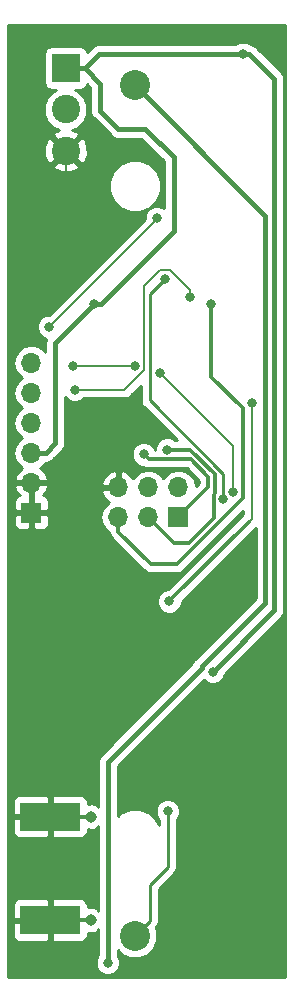
<source format=gbr>
G04 #@! TF.GenerationSoftware,KiCad,Pcbnew,(5.0.0)*
G04 #@! TF.CreationDate,2018-08-10T19:45:38+02:00*
G04 #@! TF.ProjectId,main,6D61696E2E6B696361645F7063620000,rev?*
G04 #@! TF.SameCoordinates,PX7b89fa0PY82ce540*
G04 #@! TF.FileFunction,Copper,L2,Bot,Signal*
G04 #@! TF.FilePolarity,Positive*
%FSLAX46Y46*%
G04 Gerber Fmt 4.6, Leading zero omitted, Abs format (unit mm)*
G04 Created by KiCad (PCBNEW (5.0.0)) date 08/10/18 19:45:38*
%MOMM*%
%LPD*%
G01*
G04 APERTURE LIST*
G04 #@! TA.AperFunction,SMDPad,CuDef*
%ADD10R,5.080000X2.420000*%
G04 #@! TD*
G04 #@! TA.AperFunction,ViaPad*
%ADD11C,0.970000*%
G04 #@! TD*
G04 #@! TA.AperFunction,Conductor*
%ADD12R,0.950000X0.460000*%
G04 #@! TD*
G04 #@! TA.AperFunction,ComponentPad*
%ADD13R,1.700000X1.700000*%
G04 #@! TD*
G04 #@! TA.AperFunction,ComponentPad*
%ADD14O,1.700000X1.700000*%
G04 #@! TD*
G04 #@! TA.AperFunction,ComponentPad*
%ADD15C,2.540000*%
G04 #@! TD*
G04 #@! TA.AperFunction,ComponentPad*
%ADD16R,2.400000X2.400000*%
G04 #@! TD*
G04 #@! TA.AperFunction,ComponentPad*
%ADD17C,2.400000*%
G04 #@! TD*
G04 #@! TA.AperFunction,ViaPad*
%ADD18C,0.800000*%
G04 #@! TD*
G04 #@! TA.AperFunction,Conductor*
%ADD19C,0.250000*%
G04 #@! TD*
G04 #@! TA.AperFunction,Conductor*
%ADD20C,0.200000*%
G04 #@! TD*
G04 #@! TA.AperFunction,Conductor*
%ADD21C,0.300000*%
G04 #@! TD*
G04 #@! TA.AperFunction,Conductor*
%ADD22C,0.400000*%
G04 #@! TD*
G04 #@! TA.AperFunction,Conductor*
%ADD23C,0.254000*%
G04 #@! TD*
G04 APERTURE END LIST*
D10*
G04 #@! TO.P,J2,2*
G04 #@! TO.N,GND*
X4249000Y14286000D03*
X4249000Y5526000D03*
D11*
G04 #@! TD*
G04 #@! TO.N,GND*
G04 #@! TO.C,J2*
X7689000Y14286000D03*
G04 #@! TO.N,GND*
G04 #@! TO.C,J2*
X7689000Y5526000D03*
D12*
X7239000Y14286000D03*
X7239000Y5526000D03*
G04 #@! TD*
D13*
G04 #@! TO.P,J3,1*
G04 #@! TO.N,GND*
X2667000Y40005000D03*
D14*
G04 #@! TO.P,J3,2*
X2667000Y42545000D03*
G04 #@! TO.P,J3,3*
G04 #@! TO.N,+3V3*
X2667000Y45085000D03*
G04 #@! TO.P,J3,4*
G04 #@! TO.N,RXI*
X2667000Y47625000D03*
G04 #@! TO.P,J3,5*
G04 #@! TO.N,TX0*
X2667000Y50165000D03*
G04 #@! TO.P,J3,6*
G04 #@! TO.N,RST*
X2667000Y52705000D03*
G04 #@! TD*
D13*
G04 #@! TO.P,J4,1*
G04 #@! TO.N,MISO*
X15113000Y39624000D03*
D14*
G04 #@! TO.P,J4,2*
G04 #@! TO.N,+3V3*
X15113000Y42164000D03*
G04 #@! TO.P,J4,3*
G04 #@! TO.N,SCK*
X12573000Y39624000D03*
G04 #@! TO.P,J4,4*
G04 #@! TO.N,MOSI*
X12573000Y42164000D03*
G04 #@! TO.P,J4,5*
G04 #@! TO.N,reset_in*
X10033000Y39624000D03*
G04 #@! TO.P,J4,6*
G04 #@! TO.N,GND*
X10033000Y42164000D03*
G04 #@! TD*
D15*
G04 #@! TO.P,B1,1*
G04 #@! TO.N,+BATT*
X11430000Y76200000D03*
G04 #@! TO.P,B1,2*
G04 #@! TO.N,Net-(B1-Pad2)*
X11430000Y4200000D03*
G04 #@! TD*
D16*
G04 #@! TO.P,J1,1*
G04 #@! TO.N,+3V3*
X5588000Y77668000D03*
D17*
G04 #@! TO.P,J1,2*
G04 #@! TO.N,Net-(J1-Pad2)*
X5588000Y74168000D03*
G04 #@! TO.P,J1,3*
G04 #@! TO.N,GND*
X5588000Y70668000D03*
G04 #@! TD*
D18*
G04 #@! TO.N,Net-(B1-Pad2)*
X14224000Y14732000D03*
G04 #@! TO.N,reset_in*
X17907000Y57658000D03*
G04 #@! TO.N,RST*
X4191000Y55753000D03*
X13290812Y64941808D03*
G04 #@! TO.N,GND*
X18796000Y13335000D03*
X16891000Y32004000D03*
X19939000Y32004000D03*
G04 #@! TO.N,+3V3*
X20574000Y78867000D03*
X18034000Y26543000D03*
X8001000Y57658000D03*
G04 #@! TO.N,MISO*
X12192000Y44958000D03*
G04 #@! TO.N,SCK*
X14179435Y45358011D03*
G04 #@! TO.N,LoRaReset*
X14351000Y32512000D03*
X21336000Y49276000D03*
G04 #@! TO.N,LoRa_INT*
X18900397Y41170487D03*
X13993043Y59793957D03*
G04 #@! TO.N,RXI*
X16129000Y58293000D03*
X6350000Y50419000D03*
G04 #@! TO.N,TX0*
X11430000Y52451000D03*
X6223000Y52451000D03*
G04 #@! TO.N,Jumper_selsction*
X13602010Y51846388D03*
X19754687Y41780990D03*
G04 #@! TO.N,+BATT*
X9144000Y1905000D03*
G04 #@! TD*
D19*
G04 #@! TO.N,Net-(B1-Pad2)*
X12699999Y8508999D02*
X14224000Y10033000D01*
X12699999Y5469999D02*
X12699999Y8508999D01*
X11430000Y4200000D02*
X12699999Y5469999D01*
X14224000Y14732000D02*
X14224000Y10033000D01*
D20*
G04 #@! TO.N,reset_in*
X12767919Y35687000D02*
X12954000Y35687000D01*
D21*
X12767919Y35687000D02*
X10033000Y38421919D01*
X13208000Y35687000D02*
X12767919Y35687000D01*
X12954000Y35687000D02*
X13208000Y35687000D01*
X10033000Y38421919D02*
X10033000Y39624000D01*
X20554688Y48873310D02*
X17907000Y51520998D01*
X17907000Y57092315D02*
X17907000Y57658000D01*
X20554688Y41224022D02*
X20554688Y48873310D01*
X15017666Y35687000D02*
X20554688Y41224022D01*
X13208000Y35687000D02*
X15017666Y35687000D01*
X17907000Y51520998D02*
X17907000Y57092315D01*
D20*
G04 #@! TO.N,RST*
X4191000Y55753000D02*
X13290812Y64852812D01*
X13290812Y64852812D02*
X13290812Y64941808D01*
G04 #@! TO.N,GND*
X5588000Y68970944D02*
X5842000Y68716944D01*
X5588000Y70668000D02*
X5588000Y68970944D01*
D22*
G04 #@! TO.N,+3V3*
X2667000Y45085000D02*
X3869081Y45085000D01*
X3869081Y45085000D02*
X4699000Y45914919D01*
X4699000Y45914919D02*
X4699000Y54356000D01*
X4699000Y54356000D02*
X8001000Y57658000D01*
X20008315Y78867000D02*
X20574000Y78867000D01*
X8387000Y78867000D02*
X20008315Y78867000D01*
X7188000Y77668000D02*
X8387000Y78867000D01*
X23241000Y31750000D02*
X18034000Y26543000D01*
X23241000Y76765685D02*
X23241000Y31750000D01*
X21139685Y78867000D02*
X23241000Y76765685D01*
X20574000Y78867000D02*
X21139685Y78867000D01*
X8566685Y57658000D02*
X14732000Y63823315D01*
X8001000Y57658000D02*
X8566685Y57658000D01*
X14732000Y63823315D02*
X14732000Y70104000D01*
X14732000Y70104000D02*
X12319000Y72517000D01*
X12319000Y72517000D02*
X10033000Y72517000D01*
X10033000Y72517000D02*
X8509000Y74041000D01*
X7188000Y77668000D02*
X5588000Y77668000D01*
X8509000Y76347000D02*
X7188000Y77668000D01*
X8509000Y74041000D02*
X8509000Y76347000D01*
D21*
G04 #@! TO.N,MISO*
X12591999Y44558001D02*
X16147999Y44558001D01*
X17653000Y43053000D02*
X17653000Y42164000D01*
X16147999Y44558001D02*
X17653000Y43053000D01*
X17653000Y42164000D02*
X15113000Y39624000D01*
X12192000Y44958000D02*
X12591999Y44558001D01*
G04 #@! TO.N,SCK*
X12573000Y39624000D02*
X14732000Y37465000D01*
X14745120Y45358011D02*
X14179435Y45358011D01*
X16017833Y37465000D02*
X18100396Y39547563D01*
X16125821Y45358011D02*
X14745120Y45358011D01*
X18203011Y43280822D02*
X16125821Y45358011D01*
X18203011Y41657103D02*
X18203011Y43280822D01*
X18100396Y41554488D02*
X18203011Y41657103D01*
X18100396Y39547563D02*
X18100396Y41554488D01*
X14732000Y37465000D02*
X16017833Y37465000D01*
G04 #@! TO.N,LoRaReset*
X14351000Y32512000D02*
X21104699Y39265699D01*
D20*
X21336000Y39497000D02*
X21104699Y39265699D01*
X21336000Y49276000D02*
X21336000Y39497000D01*
D19*
G04 #@! TO.N,LoRa_INT*
X12700000Y49526309D02*
X12700000Y58500914D01*
X18900397Y43325912D02*
X12700000Y49526309D01*
X13593044Y59393958D02*
X13993043Y59793957D01*
X12700000Y58500914D02*
X13593044Y59393958D01*
X18900397Y41170487D02*
X18900397Y43325912D01*
D20*
G04 #@! TO.N,RXI*
X16129000Y58858685D02*
X16129000Y58293000D01*
X13589000Y60579000D02*
X14408685Y60579000D01*
X12192000Y59182000D02*
X13589000Y60579000D01*
X6350000Y50419000D02*
X10541000Y50419000D01*
X10541000Y50419000D02*
X12192000Y52070000D01*
X12192000Y52070000D02*
X12192000Y59182000D01*
X14408685Y60579000D02*
X16129000Y58858685D01*
G04 #@! TO.N,TX0*
X6973010Y52451000D02*
X11430000Y52451000D01*
X6223000Y52451000D02*
X6973010Y52451000D01*
G04 #@! TO.N,Jumper_selsction*
X19754687Y42346675D02*
X19754687Y41780990D01*
X19754687Y45693711D02*
X19754687Y42346675D01*
X13602010Y51846388D02*
X19754687Y45693711D01*
D22*
G04 #@! TO.N,+BATT*
X22490989Y65139011D02*
X22490989Y32405993D01*
X17083998Y26872002D02*
X9144000Y18932004D01*
X9144000Y18932004D02*
X9144000Y2470685D01*
X22490989Y32405993D02*
X17083998Y26999002D01*
X11430000Y76200000D02*
X22490989Y65139011D01*
X17083998Y26999002D02*
X17083998Y26872002D01*
X9144000Y2470685D02*
X9144000Y1905000D01*
G04 #@! TD*
D23*
G04 #@! TO.N,GND*
G36*
X24157001Y735000D02*
X735000Y735000D01*
X735000Y5240250D01*
X1074000Y5240250D01*
X1074000Y4189690D01*
X1170673Y3956301D01*
X1349302Y3777673D01*
X1582691Y3681000D01*
X3963250Y3681000D01*
X4122000Y3839750D01*
X4122000Y5399000D01*
X1232750Y5399000D01*
X1074000Y5240250D01*
X735000Y5240250D01*
X735000Y6862310D01*
X1074000Y6862310D01*
X1074000Y5811750D01*
X1232750Y5653000D01*
X4122000Y5653000D01*
X4122000Y7212250D01*
X3963250Y7371000D01*
X1582691Y7371000D01*
X1349302Y7274327D01*
X1170673Y7095699D01*
X1074000Y6862310D01*
X735000Y6862310D01*
X735000Y14000250D01*
X1074000Y14000250D01*
X1074000Y12949690D01*
X1170673Y12716301D01*
X1349302Y12537673D01*
X1582691Y12441000D01*
X3963250Y12441000D01*
X4122000Y12599750D01*
X4122000Y14159000D01*
X1232750Y14159000D01*
X1074000Y14000250D01*
X735000Y14000250D01*
X735000Y15622310D01*
X1074000Y15622310D01*
X1074000Y14571750D01*
X1232750Y14413000D01*
X4122000Y14413000D01*
X4122000Y15972250D01*
X3963250Y16131000D01*
X1582691Y16131000D01*
X1349302Y16034327D01*
X1170673Y15855699D01*
X1074000Y15622310D01*
X735000Y15622310D01*
X735000Y39719250D01*
X1182000Y39719250D01*
X1182000Y39028690D01*
X1278673Y38795301D01*
X1457302Y38616673D01*
X1690691Y38520000D01*
X2381250Y38520000D01*
X2540000Y38678750D01*
X2540000Y39878000D01*
X2794000Y39878000D01*
X2794000Y38678750D01*
X2952750Y38520000D01*
X3643309Y38520000D01*
X3876698Y38616673D01*
X4055327Y38795301D01*
X4152000Y39028690D01*
X4152000Y39719250D01*
X3993250Y39878000D01*
X2794000Y39878000D01*
X2540000Y39878000D01*
X1340750Y39878000D01*
X1182000Y39719250D01*
X735000Y39719250D01*
X735000Y40981310D01*
X1182000Y40981310D01*
X1182000Y40290750D01*
X1340750Y40132000D01*
X2540000Y40132000D01*
X2540000Y42418000D01*
X2794000Y42418000D01*
X2794000Y40132000D01*
X3993250Y40132000D01*
X4152000Y40290750D01*
X4152000Y40981310D01*
X4055327Y41214699D01*
X3876698Y41393327D01*
X3667122Y41480136D01*
X3938645Y41778076D01*
X4108476Y42188110D01*
X3987155Y42418000D01*
X2794000Y42418000D01*
X2540000Y42418000D01*
X1346845Y42418000D01*
X1225524Y42188110D01*
X1395355Y41778076D01*
X1666878Y41480136D01*
X1457302Y41393327D01*
X1278673Y41214699D01*
X1182000Y40981310D01*
X735000Y40981310D01*
X735000Y42520892D01*
X8591514Y42520892D01*
X8712181Y42291000D01*
X9906000Y42291000D01*
X9906000Y43484155D01*
X9676110Y43605476D01*
X9266076Y43435645D01*
X8837817Y43045358D01*
X8591514Y42520892D01*
X735000Y42520892D01*
X735000Y52705000D01*
X1152908Y52705000D01*
X1268161Y52125582D01*
X1596375Y51634375D01*
X1894761Y51435000D01*
X1596375Y51235625D01*
X1268161Y50744418D01*
X1152908Y50165000D01*
X1268161Y49585582D01*
X1596375Y49094375D01*
X1894761Y48895000D01*
X1596375Y48695625D01*
X1268161Y48204418D01*
X1152908Y47625000D01*
X1268161Y47045582D01*
X1596375Y46554375D01*
X1894761Y46355000D01*
X1596375Y46155625D01*
X1268161Y45664418D01*
X1152908Y45085000D01*
X1268161Y44505582D01*
X1596375Y44014375D01*
X1915478Y43801157D01*
X1785642Y43740183D01*
X1395355Y43311924D01*
X1225524Y42901890D01*
X1346845Y42672000D01*
X2540000Y42672000D01*
X2540000Y42692000D01*
X2794000Y42692000D01*
X2794000Y42672000D01*
X3987155Y42672000D01*
X4108476Y42901890D01*
X3938645Y43311924D01*
X3548358Y43740183D01*
X3418522Y43801157D01*
X3737625Y44014375D01*
X3886443Y44237096D01*
X3951314Y44250000D01*
X3951318Y44250000D01*
X4194882Y44298448D01*
X4471082Y44482999D01*
X4517668Y44552720D01*
X5231283Y45266334D01*
X5301001Y45312918D01*
X5485552Y45589118D01*
X5534000Y45832682D01*
X5534000Y45832683D01*
X5550358Y45914919D01*
X5534000Y45997156D01*
X5534000Y49771289D01*
X5763720Y49541569D01*
X6144126Y49384000D01*
X6555874Y49384000D01*
X6936280Y49541569D01*
X7078711Y49684000D01*
X10468616Y49684000D01*
X10541000Y49669602D01*
X10613384Y49684000D01*
X10613388Y49684000D01*
X10827783Y49726646D01*
X11070905Y49889095D01*
X11111911Y49950465D01*
X11940000Y50778554D01*
X11940000Y49601156D01*
X11925112Y49526309D01*
X11940000Y49451462D01*
X11940000Y49451458D01*
X11984096Y49229773D01*
X12152071Y48978380D01*
X12215530Y48935978D01*
X15008497Y46143011D01*
X14858146Y46143011D01*
X14765715Y46235442D01*
X14385309Y46393011D01*
X13973561Y46393011D01*
X13593155Y46235442D01*
X13302004Y45944291D01*
X13144435Y45563885D01*
X13144435Y45363204D01*
X13069431Y45544280D01*
X12778280Y45835431D01*
X12397874Y45993000D01*
X11986126Y45993000D01*
X11605720Y45835431D01*
X11314569Y45544280D01*
X11157000Y45163874D01*
X11157000Y44752126D01*
X11314569Y44371720D01*
X11605720Y44080569D01*
X11986126Y43923000D01*
X12129383Y43923000D01*
X12285707Y43818547D01*
X12514683Y43773001D01*
X12514686Y43773001D01*
X12591998Y43757623D01*
X12669310Y43773001D01*
X15822842Y43773001D01*
X16868000Y42727842D01*
X16868001Y42489159D01*
X16613114Y42234272D01*
X16511839Y42743418D01*
X16183625Y43234625D01*
X15692418Y43562839D01*
X15259256Y43649000D01*
X14966744Y43649000D01*
X14533582Y43562839D01*
X14042375Y43234625D01*
X13843000Y42936239D01*
X13643625Y43234625D01*
X13152418Y43562839D01*
X12719256Y43649000D01*
X12426744Y43649000D01*
X11993582Y43562839D01*
X11502375Y43234625D01*
X11289157Y42915522D01*
X11228183Y43045358D01*
X10799924Y43435645D01*
X10389890Y43605476D01*
X10160000Y43484155D01*
X10160000Y42291000D01*
X10180000Y42291000D01*
X10180000Y42037000D01*
X10160000Y42037000D01*
X10160000Y42017000D01*
X9906000Y42017000D01*
X9906000Y42037000D01*
X8712181Y42037000D01*
X8591514Y41807108D01*
X8837817Y41282642D01*
X9262786Y40895353D01*
X8962375Y40694625D01*
X8634161Y40203418D01*
X8518908Y39624000D01*
X8634161Y39044582D01*
X8962375Y38553375D01*
X9243889Y38365273D01*
X9248000Y38344607D01*
X9248000Y38344604D01*
X9293546Y38115628D01*
X9467047Y37855966D01*
X9532592Y37812170D01*
X12158170Y35186592D01*
X12201966Y35121047D01*
X12461627Y34947546D01*
X12690603Y34902000D01*
X12690607Y34902000D01*
X12767919Y34886622D01*
X12845231Y34902000D01*
X14940354Y34902000D01*
X15017666Y34886622D01*
X15094978Y34902000D01*
X15094982Y34902000D01*
X15323958Y34947546D01*
X15583619Y35121047D01*
X15627415Y35186592D01*
X20601001Y40160178D01*
X20601001Y39872158D01*
X14275843Y33547000D01*
X14145126Y33547000D01*
X13764720Y33389431D01*
X13473569Y33098280D01*
X13316000Y32717874D01*
X13316000Y32306126D01*
X13473569Y31925720D01*
X13764720Y31634569D01*
X14145126Y31477000D01*
X14556874Y31477000D01*
X14937280Y31634569D01*
X15228431Y31925720D01*
X15386000Y32306126D01*
X15386000Y32436843D01*
X21655990Y38706833D01*
X21655990Y32751862D01*
X16551718Y27647589D01*
X16481997Y27601003D01*
X16297446Y27324802D01*
X16282924Y27251796D01*
X8611720Y19580591D01*
X8541999Y19534005D01*
X8357448Y19257804D01*
X8309000Y19014240D01*
X8309000Y19014237D01*
X8292643Y18932004D01*
X8309000Y18849771D01*
X8309000Y15085608D01*
X8288595Y15065203D01*
X8253308Y15278768D01*
X7830436Y15419149D01*
X7424000Y15389763D01*
X7424000Y15622310D01*
X7327327Y15855699D01*
X7148698Y16034327D01*
X6915309Y16131000D01*
X4534750Y16131000D01*
X4376000Y15972250D01*
X4376000Y14413000D01*
X4396000Y14413000D01*
X4396000Y14159000D01*
X4376000Y14159000D01*
X4376000Y12599750D01*
X4534750Y12441000D01*
X6915309Y12441000D01*
X7148698Y12537673D01*
X7327327Y12716301D01*
X7424000Y12949690D01*
X7424000Y13193871D01*
X7547564Y13152851D01*
X7991968Y13184982D01*
X8253308Y13293232D01*
X8288595Y13506797D01*
X8309000Y13486392D01*
X8309001Y6325609D01*
X8288595Y6305203D01*
X8253308Y6518768D01*
X7830436Y6659149D01*
X7424000Y6629763D01*
X7424000Y6862310D01*
X7327327Y7095699D01*
X7148698Y7274327D01*
X6915309Y7371000D01*
X4534750Y7371000D01*
X4376000Y7212250D01*
X4376000Y5653000D01*
X4396000Y5653000D01*
X4396000Y5399000D01*
X4376000Y5399000D01*
X4376000Y3839750D01*
X4534750Y3681000D01*
X6915309Y3681000D01*
X7148698Y3777673D01*
X7327327Y3956301D01*
X7424000Y4189690D01*
X7424000Y4433871D01*
X7547564Y4392851D01*
X7991968Y4424982D01*
X8253308Y4533232D01*
X8288595Y4746797D01*
X8309001Y4726391D01*
X8309001Y2552926D01*
X8309000Y2552921D01*
X8309000Y2533711D01*
X8266569Y2491280D01*
X8109000Y2110874D01*
X8109000Y1699126D01*
X8266569Y1318720D01*
X8557720Y1027569D01*
X8938126Y870000D01*
X9349874Y870000D01*
X9730280Y1027569D01*
X10021431Y1318720D01*
X10179000Y1699126D01*
X10179000Y2110874D01*
X10021431Y2491280D01*
X9979000Y2533711D01*
X9979000Y2956923D01*
X10350904Y2585019D01*
X11051072Y2295000D01*
X11808928Y2295000D01*
X12509096Y2585019D01*
X13044981Y3120904D01*
X13335000Y3821072D01*
X13335000Y4578928D01*
X13204802Y4893254D01*
X13247928Y4922070D01*
X13413383Y5169690D01*
X13415903Y5173461D01*
X13436915Y5279096D01*
X13459999Y5395147D01*
X13459999Y5395151D01*
X13474887Y5469999D01*
X13459999Y5544847D01*
X13459999Y8194198D01*
X14708473Y9442671D01*
X14771929Y9485071D01*
X14939904Y9736463D01*
X14984000Y9958148D01*
X14984000Y9958153D01*
X14998888Y10033000D01*
X14984000Y10107847D01*
X14984000Y14028289D01*
X15101431Y14145720D01*
X15259000Y14526126D01*
X15259000Y14937874D01*
X15101431Y15318280D01*
X14810280Y15609431D01*
X14429874Y15767000D01*
X14018126Y15767000D01*
X13637720Y15609431D01*
X13346569Y15318280D01*
X13189000Y14937874D01*
X13189000Y14526126D01*
X13346569Y14145720D01*
X13464000Y14028289D01*
X13464000Y13564496D01*
X13303547Y13951864D01*
X12681864Y14573547D01*
X11869596Y14910000D01*
X10990404Y14910000D01*
X10178136Y14573547D01*
X9979000Y14374411D01*
X9979000Y18586137D01*
X17253076Y25860213D01*
X17447720Y25665569D01*
X17828126Y25508000D01*
X18239874Y25508000D01*
X18620280Y25665569D01*
X18911431Y25956720D01*
X19069000Y26337126D01*
X19069000Y26397133D01*
X23773283Y31101415D01*
X23843001Y31147999D01*
X24027552Y31424199D01*
X24076000Y31667763D01*
X24076000Y31667766D01*
X24092357Y31749999D01*
X24076000Y31832232D01*
X24076000Y76683453D01*
X24092357Y76765686D01*
X24076000Y76847921D01*
X24076000Y76847922D01*
X24027552Y77091486D01*
X23843001Y77367686D01*
X23773283Y77414270D01*
X21788272Y79399280D01*
X21741686Y79469001D01*
X21465486Y79653552D01*
X21221922Y79702000D01*
X21221918Y79702000D01*
X21197942Y79706769D01*
X21160280Y79744431D01*
X20779874Y79902000D01*
X20368126Y79902000D01*
X19987720Y79744431D01*
X19945289Y79702000D01*
X8469232Y79702000D01*
X8386999Y79718357D01*
X8304766Y79702000D01*
X8304763Y79702000D01*
X8061199Y79653552D01*
X7784999Y79469001D01*
X7738415Y79399282D01*
X7397562Y79058429D01*
X7386157Y79115765D01*
X7245809Y79325809D01*
X7035765Y79466157D01*
X6788000Y79515440D01*
X4388000Y79515440D01*
X4140235Y79466157D01*
X3930191Y79325809D01*
X3789843Y79115765D01*
X3740560Y78868000D01*
X3740560Y76468000D01*
X3789843Y76220235D01*
X3930191Y76010191D01*
X4140235Y75869843D01*
X4388000Y75820560D01*
X4782547Y75820560D01*
X4548556Y75723638D01*
X4032362Y75207444D01*
X3753000Y74533004D01*
X3753000Y73802996D01*
X4032362Y73128556D01*
X4548556Y72612362D01*
X5005105Y72423253D01*
X4593565Y72252788D01*
X4470430Y71965175D01*
X5588000Y70847605D01*
X6705570Y71965175D01*
X6582435Y72252788D01*
X6153716Y72416138D01*
X6627444Y72612362D01*
X7143638Y73128556D01*
X7423000Y73802996D01*
X7423000Y74533004D01*
X7143638Y75207444D01*
X6627444Y75723638D01*
X6393453Y75820560D01*
X6788000Y75820560D01*
X7035765Y75869843D01*
X7245809Y76010191D01*
X7386157Y76220235D01*
X7397562Y76277571D01*
X7674001Y76001131D01*
X7674000Y74123233D01*
X7657643Y74041000D01*
X7674000Y73958767D01*
X7674000Y73958764D01*
X7722448Y73715200D01*
X7906999Y73438999D01*
X7976720Y73392413D01*
X9384416Y71984715D01*
X9430999Y71914999D01*
X9707199Y71730448D01*
X9950763Y71682000D01*
X9950766Y71682000D01*
X10032999Y71665643D01*
X10115232Y71682000D01*
X11973133Y71682000D01*
X13897001Y69758130D01*
X13897000Y65799331D01*
X13877092Y65819239D01*
X13496686Y65976808D01*
X13084938Y65976808D01*
X12704532Y65819239D01*
X12413381Y65528088D01*
X12255812Y65147682D01*
X12255812Y64857259D01*
X4186554Y56788000D01*
X3985126Y56788000D01*
X3604720Y56630431D01*
X3313569Y56339280D01*
X3156000Y55958874D01*
X3156000Y55547126D01*
X3313569Y55166720D01*
X3604720Y54875569D01*
X3947147Y54733731D01*
X3912448Y54681800D01*
X3847643Y54356000D01*
X3864001Y54273762D01*
X3864001Y53586490D01*
X3737625Y53775625D01*
X3246418Y54103839D01*
X2813256Y54190000D01*
X2520744Y54190000D01*
X2087582Y54103839D01*
X1596375Y53775625D01*
X1268161Y53284418D01*
X1152908Y52705000D01*
X735000Y52705000D01*
X735000Y68139596D01*
X9220000Y68139596D01*
X9220000Y67260404D01*
X9556453Y66448136D01*
X10178136Y65826453D01*
X10990404Y65490000D01*
X11869596Y65490000D01*
X12681864Y65826453D01*
X13303547Y66448136D01*
X13640000Y67260404D01*
X13640000Y68139596D01*
X13303547Y68951864D01*
X12681864Y69573547D01*
X11869596Y69910000D01*
X10990404Y69910000D01*
X10178136Y69573547D01*
X9556453Y68951864D01*
X9220000Y68139596D01*
X735000Y68139596D01*
X735000Y69370825D01*
X4470430Y69370825D01*
X4593565Y69083212D01*
X5275734Y68823293D01*
X6005443Y68844214D01*
X6582435Y69083212D01*
X6705570Y69370825D01*
X5588000Y70488395D01*
X4470430Y69370825D01*
X735000Y69370825D01*
X735000Y70980266D01*
X3743293Y70980266D01*
X3764214Y70250557D01*
X4003212Y69673565D01*
X4290825Y69550430D01*
X5408395Y70668000D01*
X5767605Y70668000D01*
X6885175Y69550430D01*
X7172788Y69673565D01*
X7432707Y70355734D01*
X7411786Y71085443D01*
X7172788Y71662435D01*
X6885175Y71785570D01*
X5767605Y70668000D01*
X5408395Y70668000D01*
X4290825Y71785570D01*
X4003212Y71662435D01*
X3743293Y70980266D01*
X735000Y70980266D01*
X735000Y81307000D01*
X24157000Y81307000D01*
X24157001Y735000D01*
X24157001Y735000D01*
G37*
X24157001Y735000D02*
X735000Y735000D01*
X735000Y5240250D01*
X1074000Y5240250D01*
X1074000Y4189690D01*
X1170673Y3956301D01*
X1349302Y3777673D01*
X1582691Y3681000D01*
X3963250Y3681000D01*
X4122000Y3839750D01*
X4122000Y5399000D01*
X1232750Y5399000D01*
X1074000Y5240250D01*
X735000Y5240250D01*
X735000Y6862310D01*
X1074000Y6862310D01*
X1074000Y5811750D01*
X1232750Y5653000D01*
X4122000Y5653000D01*
X4122000Y7212250D01*
X3963250Y7371000D01*
X1582691Y7371000D01*
X1349302Y7274327D01*
X1170673Y7095699D01*
X1074000Y6862310D01*
X735000Y6862310D01*
X735000Y14000250D01*
X1074000Y14000250D01*
X1074000Y12949690D01*
X1170673Y12716301D01*
X1349302Y12537673D01*
X1582691Y12441000D01*
X3963250Y12441000D01*
X4122000Y12599750D01*
X4122000Y14159000D01*
X1232750Y14159000D01*
X1074000Y14000250D01*
X735000Y14000250D01*
X735000Y15622310D01*
X1074000Y15622310D01*
X1074000Y14571750D01*
X1232750Y14413000D01*
X4122000Y14413000D01*
X4122000Y15972250D01*
X3963250Y16131000D01*
X1582691Y16131000D01*
X1349302Y16034327D01*
X1170673Y15855699D01*
X1074000Y15622310D01*
X735000Y15622310D01*
X735000Y39719250D01*
X1182000Y39719250D01*
X1182000Y39028690D01*
X1278673Y38795301D01*
X1457302Y38616673D01*
X1690691Y38520000D01*
X2381250Y38520000D01*
X2540000Y38678750D01*
X2540000Y39878000D01*
X2794000Y39878000D01*
X2794000Y38678750D01*
X2952750Y38520000D01*
X3643309Y38520000D01*
X3876698Y38616673D01*
X4055327Y38795301D01*
X4152000Y39028690D01*
X4152000Y39719250D01*
X3993250Y39878000D01*
X2794000Y39878000D01*
X2540000Y39878000D01*
X1340750Y39878000D01*
X1182000Y39719250D01*
X735000Y39719250D01*
X735000Y40981310D01*
X1182000Y40981310D01*
X1182000Y40290750D01*
X1340750Y40132000D01*
X2540000Y40132000D01*
X2540000Y42418000D01*
X2794000Y42418000D01*
X2794000Y40132000D01*
X3993250Y40132000D01*
X4152000Y40290750D01*
X4152000Y40981310D01*
X4055327Y41214699D01*
X3876698Y41393327D01*
X3667122Y41480136D01*
X3938645Y41778076D01*
X4108476Y42188110D01*
X3987155Y42418000D01*
X2794000Y42418000D01*
X2540000Y42418000D01*
X1346845Y42418000D01*
X1225524Y42188110D01*
X1395355Y41778076D01*
X1666878Y41480136D01*
X1457302Y41393327D01*
X1278673Y41214699D01*
X1182000Y40981310D01*
X735000Y40981310D01*
X735000Y42520892D01*
X8591514Y42520892D01*
X8712181Y42291000D01*
X9906000Y42291000D01*
X9906000Y43484155D01*
X9676110Y43605476D01*
X9266076Y43435645D01*
X8837817Y43045358D01*
X8591514Y42520892D01*
X735000Y42520892D01*
X735000Y52705000D01*
X1152908Y52705000D01*
X1268161Y52125582D01*
X1596375Y51634375D01*
X1894761Y51435000D01*
X1596375Y51235625D01*
X1268161Y50744418D01*
X1152908Y50165000D01*
X1268161Y49585582D01*
X1596375Y49094375D01*
X1894761Y48895000D01*
X1596375Y48695625D01*
X1268161Y48204418D01*
X1152908Y47625000D01*
X1268161Y47045582D01*
X1596375Y46554375D01*
X1894761Y46355000D01*
X1596375Y46155625D01*
X1268161Y45664418D01*
X1152908Y45085000D01*
X1268161Y44505582D01*
X1596375Y44014375D01*
X1915478Y43801157D01*
X1785642Y43740183D01*
X1395355Y43311924D01*
X1225524Y42901890D01*
X1346845Y42672000D01*
X2540000Y42672000D01*
X2540000Y42692000D01*
X2794000Y42692000D01*
X2794000Y42672000D01*
X3987155Y42672000D01*
X4108476Y42901890D01*
X3938645Y43311924D01*
X3548358Y43740183D01*
X3418522Y43801157D01*
X3737625Y44014375D01*
X3886443Y44237096D01*
X3951314Y44250000D01*
X3951318Y44250000D01*
X4194882Y44298448D01*
X4471082Y44482999D01*
X4517668Y44552720D01*
X5231283Y45266334D01*
X5301001Y45312918D01*
X5485552Y45589118D01*
X5534000Y45832682D01*
X5534000Y45832683D01*
X5550358Y45914919D01*
X5534000Y45997156D01*
X5534000Y49771289D01*
X5763720Y49541569D01*
X6144126Y49384000D01*
X6555874Y49384000D01*
X6936280Y49541569D01*
X7078711Y49684000D01*
X10468616Y49684000D01*
X10541000Y49669602D01*
X10613384Y49684000D01*
X10613388Y49684000D01*
X10827783Y49726646D01*
X11070905Y49889095D01*
X11111911Y49950465D01*
X11940000Y50778554D01*
X11940000Y49601156D01*
X11925112Y49526309D01*
X11940000Y49451462D01*
X11940000Y49451458D01*
X11984096Y49229773D01*
X12152071Y48978380D01*
X12215530Y48935978D01*
X15008497Y46143011D01*
X14858146Y46143011D01*
X14765715Y46235442D01*
X14385309Y46393011D01*
X13973561Y46393011D01*
X13593155Y46235442D01*
X13302004Y45944291D01*
X13144435Y45563885D01*
X13144435Y45363204D01*
X13069431Y45544280D01*
X12778280Y45835431D01*
X12397874Y45993000D01*
X11986126Y45993000D01*
X11605720Y45835431D01*
X11314569Y45544280D01*
X11157000Y45163874D01*
X11157000Y44752126D01*
X11314569Y44371720D01*
X11605720Y44080569D01*
X11986126Y43923000D01*
X12129383Y43923000D01*
X12285707Y43818547D01*
X12514683Y43773001D01*
X12514686Y43773001D01*
X12591998Y43757623D01*
X12669310Y43773001D01*
X15822842Y43773001D01*
X16868000Y42727842D01*
X16868001Y42489159D01*
X16613114Y42234272D01*
X16511839Y42743418D01*
X16183625Y43234625D01*
X15692418Y43562839D01*
X15259256Y43649000D01*
X14966744Y43649000D01*
X14533582Y43562839D01*
X14042375Y43234625D01*
X13843000Y42936239D01*
X13643625Y43234625D01*
X13152418Y43562839D01*
X12719256Y43649000D01*
X12426744Y43649000D01*
X11993582Y43562839D01*
X11502375Y43234625D01*
X11289157Y42915522D01*
X11228183Y43045358D01*
X10799924Y43435645D01*
X10389890Y43605476D01*
X10160000Y43484155D01*
X10160000Y42291000D01*
X10180000Y42291000D01*
X10180000Y42037000D01*
X10160000Y42037000D01*
X10160000Y42017000D01*
X9906000Y42017000D01*
X9906000Y42037000D01*
X8712181Y42037000D01*
X8591514Y41807108D01*
X8837817Y41282642D01*
X9262786Y40895353D01*
X8962375Y40694625D01*
X8634161Y40203418D01*
X8518908Y39624000D01*
X8634161Y39044582D01*
X8962375Y38553375D01*
X9243889Y38365273D01*
X9248000Y38344607D01*
X9248000Y38344604D01*
X9293546Y38115628D01*
X9467047Y37855966D01*
X9532592Y37812170D01*
X12158170Y35186592D01*
X12201966Y35121047D01*
X12461627Y34947546D01*
X12690603Y34902000D01*
X12690607Y34902000D01*
X12767919Y34886622D01*
X12845231Y34902000D01*
X14940354Y34902000D01*
X15017666Y34886622D01*
X15094978Y34902000D01*
X15094982Y34902000D01*
X15323958Y34947546D01*
X15583619Y35121047D01*
X15627415Y35186592D01*
X20601001Y40160178D01*
X20601001Y39872158D01*
X14275843Y33547000D01*
X14145126Y33547000D01*
X13764720Y33389431D01*
X13473569Y33098280D01*
X13316000Y32717874D01*
X13316000Y32306126D01*
X13473569Y31925720D01*
X13764720Y31634569D01*
X14145126Y31477000D01*
X14556874Y31477000D01*
X14937280Y31634569D01*
X15228431Y31925720D01*
X15386000Y32306126D01*
X15386000Y32436843D01*
X21655990Y38706833D01*
X21655990Y32751862D01*
X16551718Y27647589D01*
X16481997Y27601003D01*
X16297446Y27324802D01*
X16282924Y27251796D01*
X8611720Y19580591D01*
X8541999Y19534005D01*
X8357448Y19257804D01*
X8309000Y19014240D01*
X8309000Y19014237D01*
X8292643Y18932004D01*
X8309000Y18849771D01*
X8309000Y15085608D01*
X8288595Y15065203D01*
X8253308Y15278768D01*
X7830436Y15419149D01*
X7424000Y15389763D01*
X7424000Y15622310D01*
X7327327Y15855699D01*
X7148698Y16034327D01*
X6915309Y16131000D01*
X4534750Y16131000D01*
X4376000Y15972250D01*
X4376000Y14413000D01*
X4396000Y14413000D01*
X4396000Y14159000D01*
X4376000Y14159000D01*
X4376000Y12599750D01*
X4534750Y12441000D01*
X6915309Y12441000D01*
X7148698Y12537673D01*
X7327327Y12716301D01*
X7424000Y12949690D01*
X7424000Y13193871D01*
X7547564Y13152851D01*
X7991968Y13184982D01*
X8253308Y13293232D01*
X8288595Y13506797D01*
X8309000Y13486392D01*
X8309001Y6325609D01*
X8288595Y6305203D01*
X8253308Y6518768D01*
X7830436Y6659149D01*
X7424000Y6629763D01*
X7424000Y6862310D01*
X7327327Y7095699D01*
X7148698Y7274327D01*
X6915309Y7371000D01*
X4534750Y7371000D01*
X4376000Y7212250D01*
X4376000Y5653000D01*
X4396000Y5653000D01*
X4396000Y5399000D01*
X4376000Y5399000D01*
X4376000Y3839750D01*
X4534750Y3681000D01*
X6915309Y3681000D01*
X7148698Y3777673D01*
X7327327Y3956301D01*
X7424000Y4189690D01*
X7424000Y4433871D01*
X7547564Y4392851D01*
X7991968Y4424982D01*
X8253308Y4533232D01*
X8288595Y4746797D01*
X8309001Y4726391D01*
X8309001Y2552926D01*
X8309000Y2552921D01*
X8309000Y2533711D01*
X8266569Y2491280D01*
X8109000Y2110874D01*
X8109000Y1699126D01*
X8266569Y1318720D01*
X8557720Y1027569D01*
X8938126Y870000D01*
X9349874Y870000D01*
X9730280Y1027569D01*
X10021431Y1318720D01*
X10179000Y1699126D01*
X10179000Y2110874D01*
X10021431Y2491280D01*
X9979000Y2533711D01*
X9979000Y2956923D01*
X10350904Y2585019D01*
X11051072Y2295000D01*
X11808928Y2295000D01*
X12509096Y2585019D01*
X13044981Y3120904D01*
X13335000Y3821072D01*
X13335000Y4578928D01*
X13204802Y4893254D01*
X13247928Y4922070D01*
X13413383Y5169690D01*
X13415903Y5173461D01*
X13436915Y5279096D01*
X13459999Y5395147D01*
X13459999Y5395151D01*
X13474887Y5469999D01*
X13459999Y5544847D01*
X13459999Y8194198D01*
X14708473Y9442671D01*
X14771929Y9485071D01*
X14939904Y9736463D01*
X14984000Y9958148D01*
X14984000Y9958153D01*
X14998888Y10033000D01*
X14984000Y10107847D01*
X14984000Y14028289D01*
X15101431Y14145720D01*
X15259000Y14526126D01*
X15259000Y14937874D01*
X15101431Y15318280D01*
X14810280Y15609431D01*
X14429874Y15767000D01*
X14018126Y15767000D01*
X13637720Y15609431D01*
X13346569Y15318280D01*
X13189000Y14937874D01*
X13189000Y14526126D01*
X13346569Y14145720D01*
X13464000Y14028289D01*
X13464000Y13564496D01*
X13303547Y13951864D01*
X12681864Y14573547D01*
X11869596Y14910000D01*
X10990404Y14910000D01*
X10178136Y14573547D01*
X9979000Y14374411D01*
X9979000Y18586137D01*
X17253076Y25860213D01*
X17447720Y25665569D01*
X17828126Y25508000D01*
X18239874Y25508000D01*
X18620280Y25665569D01*
X18911431Y25956720D01*
X19069000Y26337126D01*
X19069000Y26397133D01*
X23773283Y31101415D01*
X23843001Y31147999D01*
X24027552Y31424199D01*
X24076000Y31667763D01*
X24076000Y31667766D01*
X24092357Y31749999D01*
X24076000Y31832232D01*
X24076000Y76683453D01*
X24092357Y76765686D01*
X24076000Y76847921D01*
X24076000Y76847922D01*
X24027552Y77091486D01*
X23843001Y77367686D01*
X23773283Y77414270D01*
X21788272Y79399280D01*
X21741686Y79469001D01*
X21465486Y79653552D01*
X21221922Y79702000D01*
X21221918Y79702000D01*
X21197942Y79706769D01*
X21160280Y79744431D01*
X20779874Y79902000D01*
X20368126Y79902000D01*
X19987720Y79744431D01*
X19945289Y79702000D01*
X8469232Y79702000D01*
X8386999Y79718357D01*
X8304766Y79702000D01*
X8304763Y79702000D01*
X8061199Y79653552D01*
X7784999Y79469001D01*
X7738415Y79399282D01*
X7397562Y79058429D01*
X7386157Y79115765D01*
X7245809Y79325809D01*
X7035765Y79466157D01*
X6788000Y79515440D01*
X4388000Y79515440D01*
X4140235Y79466157D01*
X3930191Y79325809D01*
X3789843Y79115765D01*
X3740560Y78868000D01*
X3740560Y76468000D01*
X3789843Y76220235D01*
X3930191Y76010191D01*
X4140235Y75869843D01*
X4388000Y75820560D01*
X4782547Y75820560D01*
X4548556Y75723638D01*
X4032362Y75207444D01*
X3753000Y74533004D01*
X3753000Y73802996D01*
X4032362Y73128556D01*
X4548556Y72612362D01*
X5005105Y72423253D01*
X4593565Y72252788D01*
X4470430Y71965175D01*
X5588000Y70847605D01*
X6705570Y71965175D01*
X6582435Y72252788D01*
X6153716Y72416138D01*
X6627444Y72612362D01*
X7143638Y73128556D01*
X7423000Y73802996D01*
X7423000Y74533004D01*
X7143638Y75207444D01*
X6627444Y75723638D01*
X6393453Y75820560D01*
X6788000Y75820560D01*
X7035765Y75869843D01*
X7245809Y76010191D01*
X7386157Y76220235D01*
X7397562Y76277571D01*
X7674001Y76001131D01*
X7674000Y74123233D01*
X7657643Y74041000D01*
X7674000Y73958767D01*
X7674000Y73958764D01*
X7722448Y73715200D01*
X7906999Y73438999D01*
X7976720Y73392413D01*
X9384416Y71984715D01*
X9430999Y71914999D01*
X9707199Y71730448D01*
X9950763Y71682000D01*
X9950766Y71682000D01*
X10032999Y71665643D01*
X10115232Y71682000D01*
X11973133Y71682000D01*
X13897001Y69758130D01*
X13897000Y65799331D01*
X13877092Y65819239D01*
X13496686Y65976808D01*
X13084938Y65976808D01*
X12704532Y65819239D01*
X12413381Y65528088D01*
X12255812Y65147682D01*
X12255812Y64857259D01*
X4186554Y56788000D01*
X3985126Y56788000D01*
X3604720Y56630431D01*
X3313569Y56339280D01*
X3156000Y55958874D01*
X3156000Y55547126D01*
X3313569Y55166720D01*
X3604720Y54875569D01*
X3947147Y54733731D01*
X3912448Y54681800D01*
X3847643Y54356000D01*
X3864001Y54273762D01*
X3864001Y53586490D01*
X3737625Y53775625D01*
X3246418Y54103839D01*
X2813256Y54190000D01*
X2520744Y54190000D01*
X2087582Y54103839D01*
X1596375Y53775625D01*
X1268161Y53284418D01*
X1152908Y52705000D01*
X735000Y52705000D01*
X735000Y68139596D01*
X9220000Y68139596D01*
X9220000Y67260404D01*
X9556453Y66448136D01*
X10178136Y65826453D01*
X10990404Y65490000D01*
X11869596Y65490000D01*
X12681864Y65826453D01*
X13303547Y66448136D01*
X13640000Y67260404D01*
X13640000Y68139596D01*
X13303547Y68951864D01*
X12681864Y69573547D01*
X11869596Y69910000D01*
X10990404Y69910000D01*
X10178136Y69573547D01*
X9556453Y68951864D01*
X9220000Y68139596D01*
X735000Y68139596D01*
X735000Y69370825D01*
X4470430Y69370825D01*
X4593565Y69083212D01*
X5275734Y68823293D01*
X6005443Y68844214D01*
X6582435Y69083212D01*
X6705570Y69370825D01*
X5588000Y70488395D01*
X4470430Y69370825D01*
X735000Y69370825D01*
X735000Y70980266D01*
X3743293Y70980266D01*
X3764214Y70250557D01*
X4003212Y69673565D01*
X4290825Y69550430D01*
X5408395Y70668000D01*
X5767605Y70668000D01*
X6885175Y69550430D01*
X7172788Y69673565D01*
X7432707Y70355734D01*
X7411786Y71085443D01*
X7172788Y71662435D01*
X6885175Y71785570D01*
X5767605Y70668000D01*
X5408395Y70668000D01*
X4290825Y71785570D01*
X4003212Y71662435D01*
X3743293Y70980266D01*
X735000Y70980266D01*
X735000Y81307000D01*
X24157000Y81307000D01*
X24157001Y735000D01*
G04 #@! TD*
M02*

</source>
